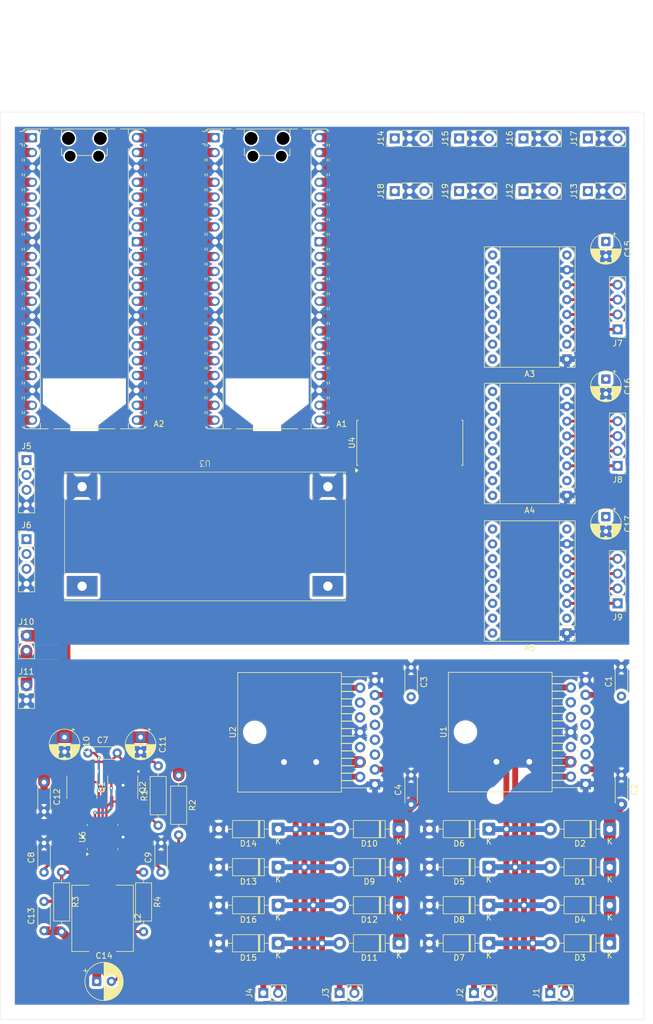
<source format=kicad_pcb>
(kicad_pcb (version 20241229) (generator "pcbnew") (generator_version "9.0")
  (layers (0 "F.Cu" signal) (2 "B.Cu" signal) (13 "F.Paste" user) (15 "B.Paste" user) (5 "F.SilkS" user "F.Silkscreen") (7 "B.SilkS" user "B.Silkscreen") (1 "F.Mask" user) (3 "B.Mask" user) (25 "Edge.Cuts" user))
  (net 0 "")
  (net 3 "I2C 0 SCL")
  (net 4 "Motor 2 Activation Pin")
  (net 5 "GNDPWR")
  (net 7 "Servo 3 PWM")
  (net 8 "Servo 8 PWM")
  (net 10 "Servo 2 PWM")
  (net 13 "+5VL")
  (net 14 "Servo 7 PWM")
  (net 16 "Servo 4 PWM")
  (net 18 "Servo 5 PWM")
  (net 20 "Motor 1 Activation Pin")
  (net 23 "Servo 1 PWM")
  (net 24 "Servo 6 PWM")
  (net 28 "Motor 3 Activation Pin")
  (net 30 "I2C 0 SDA")
  (net 33 "Motor 4 Activation Pin")
  (net 45 "I2C 1 SCL")
  (net 53 "I2C 1 SDA")
  (net 68 "Net-(A3-1A)")
  (net 69 "Net-(A3-1B)")
  (net 70 "Stepper 0 Sleep")
  (net 71 "Net-(A3-2A)")
  (net 72 "Steppers Dir")
  (net 73 "Stepper 0 Step")
  (net 74 "+12V")
  (net 75 "Net-(A3-2B)")
  (net 78 "Net-(A4-1B)")
  (net 80 "Stepper 1 Sleep")
  (net 81 "Net-(A4-2A)")
  (net 82 "Net-(A4-1A)")
  (net 85 "Net-(A4-2B)")
  (net 86 "Stepper 1 Step")
  (net 89 "Stepper 2 Sleep")
  (net 90 "Net-(A5-1B)")
  (net 91 "Net-(A5-1A)")
  (net 92 "Net-(A5-2A)")
  (net 93 "Stepper 2 Step")
  (net 96 "Net-(A5-2B)")
  (net 97 "Net-(U6-SW)")
  (net 98 "Net-(U6-BST)")
  (net 99 "Net-(U6-VCC)")
  (net 100 "Net-(U6-SS)")
  (net 101 "Net-(U6-FB)")
  (net 102 "+5VP")
  (net 103 "Net-(C14-Pad2)")
  (net 104 "Net-(D1-A)")
  (net 105 "Net-(D2-A)")
  (net 106 "Net-(D3-A)")
  (net 107 "Net-(D4-A)")
  (net 108 "Net-(D13-K)")
  (net 109 "Net-(D10-A)")
  (net 110 "Net-(D11-A)")
  (net 111 "Net-(D12-A)")
  (net 112 "Net-(J10-Pin_2)")
  (net 113 "Net-(Q1-G)")
  (net 114 "Net-(Q2-G)")
  (net 115 "Net-(U6-ILIM)")
  (net 116 "Net-(U6-RON)")
  (net 117 "Motor 1 Direction Pin 2")
  (net 118 "Motor 1 Direction Pin 1")
  (net 119 "Motor 2 Direction Pin 2")
  (net 120 "Motor 2 Direction Pin 1")
  (net 121 "Motor 4 Direction Pin 2")
  (net 122 "Motor 3 Direction Pin 1")
  (net 123 "Motor 3 Direction Pin 2")
  (net 124 "Motor 4 Direction Pin 1")
  (footprint "Connector_PinHeader_2.54mm:PinHeader_1x02_P2.54mm_Vertical" (layer "F.Cu") (at 235.5 218 90)
    (property "Reference" "J3")
    (property "Value" "Motor 2 Conn")
  )
  (footprint "Inductor_SMD:L_APV_APH1040" (layer "F.Cu") (at 195 205.25 -90)
    (property "Reference" "L2")
    (property "Value" "1.8uH")
  )
  (footprint "Capacitor_THT:C_Disc_D4.3mm_W1.9mm_P5.00mm" (layer "F.Cu") (at 185 197.3625 90)
    (property "Reference" "C8")
    (property "Value" "2.2uF")
  )
  (footprint "Module:Pololu_Breakout-16_15.2x20.3mm" (layer "F.Cu") (at 274.34 109.7 180)
    (property "Reference" "A3")
    (property "Value" "Pololu_Breakout_A4988")
  )
  (footprint "Package_SO:SOIC-8_3.9x4.9mm_P1.27mm" (layer "F.Cu") (at 198.45 182.8375 -90)
    (property "Reference" "Q2")
    (property "Value" "IRF8714PBF")
  )
  (footprint "Resistor_THT:R_Axial_DIN0207_L6.3mm_D2.5mm_P10.16mm_Horizontal" (layer "F.Cu") (at 208 180.84 -90)
    (property "Reference" "R2")
    (property "Value" "82.5kΩ")
  )
  (footprint "Diode_THT:D_DO-41_SOD81_P10.16mm_Horizontal" (layer "F.Cu") (at 281.66 209.5 180)
    (property "Reference" "D3")
    (property "Value" "1N4007")
  )
  (footprint "Connector_PinHeader_2.54mm:PinHeader_1x03_P2.54mm_Vertical" (layer "F.Cu") (at 266.92 81 90)
    (property "Reference" "J12")
    (property "Value" "Servo 4 Conn")
  )
  (footprint "Diode_THT:D_DO-41_SOD81_P10.16mm_Horizontal" (layer "F.Cu") (at 261 196.5 180)
    (property "Reference" "D5")
    (property "Value" "1N4007")
  )
  (footprint "Connector_PinHeader_2.54mm:PinHeader_1x04_P2.54mm_Vertical" (layer "F.Cu") (at 283 151.43 180)
    (property "Reference" "J9")
    (property "Value" "Stepper 2 Conn")
  )
  (footprint "Diode_THT:D_DO-41_SOD81_P10.16mm_Horizontal" (layer "F.Cu") (at 225 209.5 180)
    (property "Reference" "D15")
    (property "Value" "1N4007")
  )
  (footprint "Connector_PinHeader_2.54mm:PinHeader_1x04_P2.54mm_Vertical" (layer "F.Cu") (at 182 140.46)
    (property "Reference" "J6")
    (property "Value" "I2C 1 Conn")
  )
  (footprint "Module:RaspberryPi_Pico_Common_Unspecified" (layer "F.Cu") (at 191.89 96)
    (property "Reference" "A2")
    (property "Value" "RaspberryPi_Pico_W")
  )
  (footprint "Connector_PinHeader_2.54mm:PinHeader_1x03_P2.54mm_Vertical" (layer "F.Cu") (at 277.92 81 90)
    (property "Reference" "J13")
    (property "Value" "Servo 1 Conn")
  )
  (footprint "Capacitor_THT:C_Disc_D4.3mm_W1.9mm_P5.00mm" (layer "F.Cu") (at 185 207.3625 90)
    (property "Reference" "C13")
    (property "Value" "120pF")
  )
  (footprint "Package_SO:HTSSOP-14-1EP_4.4x5mm_P0.65mm_EP3.4x5mm_Mask3x3.1mm" (layer "F.Cu") (at 195 191.3625 90)
    (property "Reference" "U6")
    (property "Value" "LM3150MH")
  )
  (footprint "Module:Pololu_Breakout-16_15.2x20.3mm" (layer "F.Cu") (at 274.34 133.01 180)
    (property "Reference" "A4")
    (property "Value" "Pololu_Breakout_A4988")
  )
  (footprint "Connector_PinHeader_2.54mm:PinHeader_1x03_P2.54mm_Vertical" (layer "F.Cu") (at 244.92 72 90)
    (property "Reference" "J14")
    (property "Value" "Servo 2 Conn")
  )
  (footprint "Connector_PinHeader_2.54mm:PinHeader_1x02_P2.54mm_Vertical" (layer "F.Cu") (at 258.46 218 90)
    (property "Reference" "J2")
    (property "Value" "Motor 1 Conn")
  )
  (footprint "Connector_PinHeader_2.54mm:PinHeader_1x02_P2.54mm_Vertical" (layer "F.Cu") (at 271.5 218 90)
    (property "Reference" "J1")
    (property "Value" "Motor 0 Conn")
  )
  (footprint "Capacitor_THT:C_Disc_D4.3mm_W1.9mm_P5.00mm" (layer "F.Cu") (at 283.66 180.75 -90)
    (property "Reference" "C2")
    (property "Value" "100nF")
  )
  (footprint "Diode_THT:D_DO-41_SOD81_P10.16mm_Horizontal" (layer "F.Cu") (at 261 203 180)
    (property "Reference" "D8")
    (property "Value" "1N4007")
  )
  (footprint "Capacitor_THT:CP_Radial_D5.0mm_P2.50mm" (layer "F.Cu") (at 281 136.62 -90)
    (property "Reference" "C17")
    (property "Value" "100uF")
  )
  (footprint "Capacitor_THT:CP_Radial_D5.0mm_P2.50mm" (layer "F.Cu") (at 281 113.12 -90)
    (property "Reference" "C16")
    (property "Value" "100uF")
  )
  (footprint "Diode_THT:D_DO-41_SOD81_P10.16mm_Horizontal" (layer "F.Cu") (at 245.66 203 180)
    (property "Reference" "D12")
    (property "Value" "1N4007")
  )
  (footprint "Diode_THT:D_DO-41_SOD81_P10.16mm_Horizontal" (layer "F.Cu") (at 261 209.5 180)
    (property "Reference" "D7")
    (property "Value" "1N4007")
  )
  (footprint "Diode_THT:D_DO-41_SOD81_P10.16mm_Horizontal" (layer "F.Cu") (at 281.66 190 180)
    (property "Reference" "D2")
    (property "Value" "1N4007")
  )
  (footprint "Package_SO:SOIC-8_3.9x4.9mm_P1.27mm" (layer "F.Cu") (at 191.45 182.8375 -90)
    (property "Reference" "Q1")
    (property "Value" "IRF8714PBF")
  )
  (footprint "Capacitor_THT:CP_Radial_D5.0mm_P2.50mm" (layer "F.Cu") (at 281 89.62 -90)
    (property "Reference" "C15")
    (property "Value" "100uF")
  )
  (footprint "Connector_PinHeader_2.54mm:PinHeader_1x03_P2.54mm_Vertical" (layer "F.Cu") (at 244.92 81 90)
    (property "Reference" "J18")
    (property "Value" "Servo 7 Conn")
  )
  (footprint "Connector_PinHeader_2.54mm:PinHeader_1x03_P2.54mm_Vertical" (layer "F.Cu") (at 266.92 72 90)
    (property "Reference" "J16")
    (property "Value" "Servo 5 Conn")
  )
  (footprint "Capacitor_THT:CP_Radial_D5.0mm_P2.50mm" (layer "F.Cu") (at 201.5 174.294888 -90)
    (property "Reference" "C11")
    (property "Value" "10uF")
  )
  (footprint "Capacitor_THT:C_Disc_D4.3mm_W1.9mm_P5.00mm" (layer "F.Cu") (at 247.72 162.39 -90)
    (property "Reference" "C3")
    (property "Value" "100nF")
  )
  (footprint "Module:RaspberryPi_Pico_Common_Unspecified" (layer "F.Cu") (at 223.11 96)
    (property "Reference" "A1")
    (property "Value" "RaspberryPi_Pico")
  )
  (footprint "Diode_THT:D_DO-41_SOD81_P10.16mm_Horizontal" (layer "F.Cu") (at 245.66 190 180)
    (property "Reference" "D10")
    (property "Value" "1N4007")
  )
  (footprint "Connector_PinHeader_2.54mm:PinHeader_1x03_P2.54mm_Vertical" (layer "F.Cu") (at 255.92 72 90)
    (property "Reference" "J15")
    (property "Value" "Servo 3 Conn")
  )
  (footprint "Connector_PinHeader_2.54mm:PinHeader_1x02_P2.54mm_Vertical" (layer "F.Cu") (at 182 165.46)
    (property "Reference" "J11")
    (property "Value" "BAU")
  )
  (footprint "LM2596S-Module:LM2596S-Module" (layer "F.Cu") (at 212.5 140 180)
    (property "Reference" "U3")
    (property "Value" "~")
  )
  (footprint "Diode_THT:D_DO-41_SOD81_P10.16mm_Horizontal" (layer "F.Cu") (at 225 203 180)
    (property "Reference" "D16")
    (property "Value" "1N4007")
  )
  (footprint "Capacitor_THT:C_Disc_D4.3mm_W1.9mm_P5.00mm" (layer "F.Cu") (at 185 182 -90)
    (property "Reference" "C12")
    (property "Value" "100nF")
  )
  (footprint "Capacitor_THT:C_Disc_D4.3mm_W1.9mm_P5.00mm" (layer "F.Cu") (at 283.66 167.2925 90)
    (property "Reference" "C1")
    (property "Value" "100nF")
  )
  (footprint "Package_SO:SOIC-28W_7.5x17.9mm_P1.27mm" (layer "F.Cu") (at 247.5 124 90)
    (property "Reference" "U4")
    (property "Value" "MCP23017_SO")
  )
  (footprint "Diode_THT:D_DO-41_SOD81_P10.16mm_Horizontal" (layer "F.Cu") (at 281.66 203 180)
    (property "Reference" "D4")
    (property "Value" "1N4007")
  )
  (footprint "Module:Pololu_Breakout-16_15.2x20.3mm" (layer "F.Cu") (at 274.34 156.51 180)
    (property "Reference" "A5")
    (property "Value" "Pololu_Breakout_A4988")
  )
  (footprint "Connector_PinHeader_2.54mm:PinHeader_1x03_P2.54mm_Vertical" (layer "F.Cu") (at 277.92 72 90)
    (property "Reference" "J17")
    (property "Value" "Servo 6 Conn")
  )
  (footprint "Capacitor_THT:C_Disc_D4.3mm_W1.9mm_P5.00mm" (layer "F.Cu") (at 192.5 177)
    (property "Reference" "C7")
    (property "Value" "470nF")
  )
  (footprint "Diode_THT:D_DO-41_SOD81_P10.16mm_Horizontal" (layer "F.Cu") (at 281.66 196.5 180)
    (property "Reference" "D1")
    (property "Value" "1N4007")
  )
  (footprint "Diode_THT:D_DO-41_SOD81_P10.16mm_Horizontal" (layer "F.Cu") (at 245.66 196.5 180)
    (property "Reference" "D9")
    (property "Value" "1N4007")
  )
  (footprint "Resistor_THT:R_Axial_DIN0207_L6.3mm_D2.5mm_P10.16mm_Horizontal" (layer "F.Cu") (at 202 197.3625 -90)
    (property "Reference" "R4")
    (property "Value" "10kΩ")
  )
  (footprint "Capacitor_THT:CP_Radial_D6.3mm_P2.50mm" (layer "F.Cu") (at 194 216.0225)
    (property "Reference" "C14")
    (property "Value" "120uF")
  )
  (footprint "Package_TO_SOT_THT:TO-220-15_P2.54x2.54mm_StaggerOdd_Lead5.84mm_TabDown" (layer "F.Cu") (at 277.54 182.31 90)
    (property "Reference" "U1")
    (property "Value" "L298HN")
  )
  (footprint "Capacitor_THT:C_Disc_D4.3mm_W1.9mm_P5.00mm" (layer "F.Cu") (at 247.72 185.7925 90)
    (property "Reference" "C4")
    (property "Value" "100nF")
  )
  (footprint "Resistor_THT:R_Axial_DIN0207_L6.3mm_D2.5mm_P10.16mm_Horizontal" (layer "F.Cu") (at 188 197.3625 -90)
    (property "Reference" "R3")
    (property "Value" "73.2kΩ")
  )
  (footprint "Capacitor_THT:C_Disc_D4.3mm_W1.9mm_P5.00mm" (layer "F.Cu") (at 205 197.3625 90)
    (property "Reference" "C9")
    (property "Value" "15nF")
  )
  (footprint "Connector_PinHeader_2.54mm:PinHeader_1x04_P2.54mm_Vertical" (layer "F.Cu") (at 182 126.96)
    (property "Reference" "J5")
    (property "Value" "I2C 0 Conn")
  )
  (footprint "Diode_THT:D_DO-41_SOD81_P10.16mm_Horizontal" (layer "F.Cu") (at 245.66 209.5 180)
    (property "Reference" "D11")
    (property "Value" "1N4007")
  )
  (footprint "Connector_PinHeader_2.54mm:PinHeader_1x03_P2.54mm_Vertical" (layer "F.Cu") (at 255.92 81 90)
    (property "Reference" "J19")
    (property "Value" "Servo 8 Conn")
  )
  (footprint "Package_TO_SOT_THT:TO-220-15_P2.54x2.54mm_StaggerOdd_Lead5.84mm_TabDown" (layer "F.Cu") (at 241.54 182.35 90)
    (property "Reference" "U2")
    (property "Value" "L298HN")
  )
  (footprint "Diode_THT:D_DO-41_SOD81_P10.16mm_Horizontal" (layer "F.Cu") (at 261 190 180)
    (property "Reference" "D6")
    (property "Value" "1N4007")
  )
  (footprint "Connector_PinHeader_2.54mm:PinHeader_1x04_P2.54mm_Vertical" (layer "F.Cu") (at 283 127.93 180)
    (property "Reference" "J8")
    (property "Value" "Stepper 1 Conn")
  )
  (footprint "Diode_THT:D_DO-41_SOD81_P10.16mm_Horizontal" (layer "F.Cu") (at 225 190 180)
    (property "Reference" "D14")
    (property "Value" "1N4007")
  )
  (footprint "Connector_PinHeader_2.54mm:PinHeader_1x02_P2.54mm_Vertical" (layer "F.Cu") (at 222.46 218 90)
    (property "Reference" "J4")
    (property "Value" "Motor 3 Conn")
  )
  (footprint "Connector_PinHeader_2.54mm:PinHeader_1x04_P2.54mm_Vertical" (layer "F.Cu") (at 283 104.62 180)
    (property "Reference" "J7")
    (property "Value" "Stepper 0 Conn")
  )
  (footprint "Capacitor_THT:CP_Radial_D5.0mm_P2.50mm" (layer "F.Cu") (at 188.5 174.294888 -90)
    (property "Reference" "C10")
    (property "Value" "10uF")
  )
  (footprint "Diode_THT:D_DO-41_SOD81_P10.16mm_Horizontal" (layer "F.Cu") (at 225 196.5 180)
    (property "Reference" "D13")
    (property "Value" "1N4007")
  )
  (footprint "Resistor_THT:R_Axial_DIN0207_L6.3mm_D2.5mm_P10.16mm_Horizontal" (layer "F.Cu") (at 204.5 189.3625 90)
    (property "Reference" "R1")
    (property "Value" "665Ω")
  )
  (footprint "Connector_PinHeader_2.54mm:PinHeader_1x02_P2.54mm_Vertical" (layer "F.Cu") (at 182 156.96)
    (property "Reference" "J10")
    (property "Value" "12V Battery")
  )
  (gr_rect (start 177.5 67.5) (end 287.5 222.5) (stroke (width 0.05)) (fill no) (layer "Edge.Cuts"))
  (segment (start 195.65 192.0125) (end 195 191.3625) (width 0.5) (layer "F.Cu") (net 5))
  (segment (start 199.085 180.3625) (end 197.815 180.3625) (width 1) (layer "F.Cu") (net 5))
  (segment (start 196.3 190.0625) (end 195 191.3625) (width 0.5) (layer "F.Cu") (net 5))
  (segment (start 195 191.3625) (end 194.3625 191.3625) (width 0.5) (layer "F.Cu") (net 5))
  (segment (start 193.05 190.05) (end 193.05 188.5) (width 0.5) (layer "F.Cu") (net 5))
  (segment (start 199.085 180.3625) (end 199.085 181.915) (width 1) (layer "F.Cu") (net 5))
  (segment (start 195 191.3625) (end 191.6375 191.3625) (width 0.5) (layer "F.Cu") (net 5))
  (segment (start 196.3 188.5) (end 196.3 190.0625) (width 0.5) (layer "F.Cu") (net 5))
  (segment (start 200.355 180.3625) (end 199.085 180.3625) (width 1) (layer "F.Cu") (net 5))
  (segment (start 199.085 181.915) (end 198.5 182.5) (width 1) (layer "F.Cu") (net 5))
  (segment (start 195.65 194.225) (end 195.65 192.0125) (width 0.5) (layer "F.Cu") (net 5))
  (segment (start 195 191.3625) (end 198.5 191.3625) (width 0.5) (layer "F.Cu") (net 5))
  (segment (start 194.3625 191.3625) (end 193.05 190.05) (width 0.5) (layer "F.Cu") (net 5))
  (via (at 198.5 191.3625) (size 1) (drill 0.5) (layers "F.Cu" "B.Cu") (net 5))
  (via (at 198.5 182.5) (size 1) (drill 0.5) (layers "F.Cu" "B.Cu") (net 5))
  (via (at 191.6375 191.3625) (size 1) (drill 0.5) (layers "F.Cu" "B.Cu") (net 5))
  (segment (start 274.34 102.08) (end 283 102.08) (width 0.5) (layer "F.Cu") (net 68))
  (segment (start 283 104.62) (end 274.34 104.62) (width 0.5) (layer "F.Cu") (net 69))
  (segment (start 283 99.54) (end 274.34 99.54) (width 0.5) (layer "F.Cu") (net 71))
  (segment (start 245.66 190) (end 245.66 187.8525) (width 2) (layer "F.Cu") (net 74))
  (segment (start 186.205112 174.294888) (end 185 175.5) (width 2) (layer "F.Cu") (net 74))
  (segment (start 188.5 158) (end 188.5 174.294888) (width 2) (layer "F.Cu") (net 74))
  (segment (start 208 175) (end 208 180.84) (width 2) (layer "F.Cu") (net 74))
  (segment (start 201.5 174.294888) (end 207.294888 174.294888) (width 2) (layer "F.Cu") (net 74))
  (segment (start 281.66 203) (end 281.66 196.5) (width 2) (layer "F.Cu") (net 74))
  (segment (start 188.5 174.294888) (end 186.205112 174.294888) (width 2) (layer "F.Cu") (net 74))
  (segment (start 245.66 203) (end 245.66 196.5) (width 2) (layer "F.Cu") (net 74))
  (segment (start 185 175.5) (end 185 182) (width 2) (layer "F.Cu") (net 74))
  (segment (start 239 178.54) (end 231.5 178.54) (width 2) (layer "F.Cu") (net 74))
  (segment (start 211.54 178.54) (end 208 175) (width 2) (layer "F.Cu") (net 74))
  (segment (start 281.66 196.5) (end 281.66 190) (width 2) (layer "F.Cu") (net 74))
  (segment (start 255.0125 178.5) (end 247.72 185.7925) (width 2) (layer "F.Cu") (net 74))
  (segment (start 226 178.54) (end 211.54 178.54) (width 2) (layer "F.Cu") (net 74))
  (segment (start 187.46 156.96) (end 188.5 158) (width 2) (layer "F.Cu") (net 74))
  (segment (start 189.545 185.3125) (end 185.8125 185.3125) (width 1.25) (layer "F.Cu") (net 74))
  (segment (start 281.66 187.75) (end 283.66 185.75) (width 2) (layer "F.Cu") (net 74))
  (segment (start 267.91 178.5) (end 275 178.5) (width 2) (layer "F.Cu") (net 74))
  (segment (start 192.085 185.3125) (end 190.815 185.3125) (width 1.25) (layer "F.Cu") (net 74))
  (segment (start 193.355 185.3125) (end 192.085 185.3125) (width 1.25) (layer "F.Cu") (net 74))
  (segment (start 188.5 174.294888) (end 201.5 174.294888) (width 2) (layer "F.Cu") (net 74))
  (segment (start 185.8125 185.3125) (end 185 184.5) (width 1.25) (layer "F.Cu") (net 74))
  (segment (start 281.66 190) (end 281.66 187.75) (width 2) (layer "F.Cu") (net 74))
  (segment (start 182 156.96) (end 187.46 156.96) (width 2) (layer "F.Cu") (net 74))
  (segment (start 185 184.5) (end 185 182) (width 1.25) (layer "F.Cu") (net 74))
  (segment (start 245.66 187.8525) (end 247.72 185.7925) (width 2) (layer "F.Cu") (net 74))
  (segment (start 245.66 209.5) (end 245.66 203) (width 2) (layer "F.Cu") (net 74))
  (segment (start 190.815 185.3125) (end 189.545 185.3125) (width 1.25) (layer "F.Cu") (net 74))
  (segment (start 207.294888 174.294888) (end 208 175) (width 2) (layer "F.Cu") (net 74))
  (segment (start 245.66 196.5) (end 245.66 190) (width 2) (layer "F.Cu") (net 74))
  (segment (start 262.3 178.5) (end 255.0125 178.5) (width 2) (layer "F.Cu") (net 74))
  (segment (start 281.66 209.5) (end 281.66 203) (width 2) (layer "F.Cu") (net 74))
  (via (at 226 178.54) (size 2) (drill 1) (layers "F.Cu" "B.Cu") (net 74))
  (via (at 262.3 178.5) (size 2) (drill 1) (layers "F.Cu" "B.Cu") (net 74))
  (via (at 231.5 178.54) (size 2) (drill 1) (layers "F.Cu" "B.Cu") (net 74))
  (via (at 267.91 178.5) (size 2) (drill 1) (layers "F.Cu" "B.Cu") (net 74))
  (segment (start 238.7525 185.7925) (end 231.5 178.54) (width 2) (layer "B.Cu") (net 74))
  (segment (start 231.5 178.54) (end 226 178.54) (width 2) (layer "B.Cu") (net 74))
  (segment (start 275.16 185.75) (end 267.91 178.5) (width 2) (layer "B.Cu") (net 74))
  (segment (start 262.3 178.5) (end 267.91 178.5) (width 2) (layer "B.Cu") (net 74))
  (segment (start 283.66 185.75) (end 275.16 185.75) (width 2) (layer "B.Cu") (net 74))
  (segment (start 247.72 185.7925) (end 238.7525 185.7925) (width 2) (layer "B.Cu") (net 74))
  (segment (start 283 97) (end 274.34 97) (width 0.5) (layer "F.Cu") (net 75))
  (segment (start 274.34 127.93) (end 283 127.93) (width 0.5) (layer "F.Cu") (net 78))
  (segment (start 274.34 122.85) (end 283 122.85) (width 0.5) (layer "F.Cu") (net 81))
  (segment (start 283 125.39) (end 274.34 125.39) (width 0.5) (layer "F.Cu") (net 82))
  (segment (start 283 120.31) (end 274.34 120.31) (width 0.5) (layer "F.Cu") (net 85))
  (segment (start 274.34 151.43) (end 283 151.43) (width 0.5) (layer "F.Cu") (net 90))
  (segment (start 283 148.89) (end 274.34 148.89) (width 0.5) (layer "F.Cu") (net 91))
  (segment (start 274.34 146.35) (end 283 146.35) (width 0.5) (layer "F.Cu") (net 92))
  (segment (start 283 143.81) (end 274.34 143.81) (width 0.5) (layer "F.Cu") (net 96))
  (segment (start 195 178.5) (end 193 178.5) (width 0.4) (layer "F.Cu") (net 97))
  (segment (start 195.65 179.15) (end 197.5 177.3) (width 0.4) (layer "F.Cu") (net 97))
  (segment (start 199.085 185.3125) (end 197.815 185.3125) (width 0.4) (layer "F.Cu") (net 97))
  (segment (start 195.65 179.15) (end 195 178.5) (width 0.4) (layer "F.Cu") (net 97))
  (segment (start 195.65 188.5) (end 195.65 186.2075) (width 0.4) (layer "F.Cu") (net 97))
  (segment (start 203.7975 178.5) (end 198.7 178.5) (width 0.4) (layer "F.Cu") (net 97))
  (segment (start 198.7 178.5) (end 197.5 177.3) (width 0.4) (layer "F.Cu") (net 97))
  (segment (start 192.085 180.3625) (end 190.815 180.3625) (width 0.4) (layer "F.Cu") (net 97))
  (segment (start 193.355 180.3625) (end 192.085 180.3625) (width 0.4) (layer "F.Cu") (net 97))
  (segment (start 197.5 177.3) (end 197.5 177) (width 0.4) (layer "F.Cu") (net 97))
  (segment (start 204.5 179.2025) (end 203.7975 178.5) (width 0.4) (layer "F.Cu") (net 97))
  (segment (start 192.085 179.415) (end 192.085 180.3625) (width 0.4) (layer "F.Cu") (net 97))
  (segment (start 200.355 185.3125) (end 199.085 185.3125) (width 0.4) (layer "F.Cu") (net 97))
  (segment (start 193 178.5) (end 192.085 179.415) (width 0.4) (layer "F.Cu") (net 97))
  (segment (start 195.65 186.2075) (end 196.545 185.3125) (width 0.4) (layer "F.Cu") (net 97))
  (segment (start 197.815 185.3125) (end 196.545 185.3125) (width 0.4) (layer "F.Cu") (net 97))
  (segment (start 195.65 186.2075) (end 195.65 179.15) (width 0.4) (layer "F.Cu") (net 97))
  (segment (start 194.35 177.8) (end 193.55 177) (width 0.4) (layer "F.Cu") (net 98))
  (segment (start 193.55 177) (end 192.5 177) (width 0.4) (layer "F.Cu") (net 98))
  (segment (start 194.35 183.5) (end 194.35 188.5) (width 0.4) (layer "F.Cu") (net 98))
  (via (at 194.35 177.8) (size 0.6) (drill 0.3) (layers "F.Cu" "B.Cu") (net 98))
  (via (at 194.35 183.5) (size 0.6) (drill 0.3) (layers "F.Cu" "B.Cu") (net 98))
  (segment (start 194.35 177.8) (end 194.35 183.5) (width 0.4) (layer "B.Cu") (net 98))
  (segment (start 193.05 194.8125) (end 193.05 194.225) (width 0.3) (layer "F.Cu") (net 99))
  (segment (start 185 197.3625) (end 185 196.8625) (width 0.5) (layer "F.Cu") (net 99))
  (segment (start 185 196.8625) (end 186 195.8625) (width 0.5) (layer "F.Cu") (net 99))
  (segment (start 186 195.8625) (end 192 195.8625) (width 0.5) (layer "F.Cu") (net 99))
  (segment (start 192 195.8625) (end 193.05 194.8125) (width 0.5) (layer "F.Cu") (net 99))
  (segment (start 197.23013 195.8625) (end 204 195.8625) (width 0.5) (layer "F.Cu") (net 100))
  (segment (start 196.3 194.225) (end 196.3 194.93237) (width 0.5) (layer "F.Cu") (net 100))
  (segment (start 205 196.8625) (end 205 197.3625) (width 0.3) (layer "F.Cu") (net 100))
  (segment (start 196.3 194.93237) (end 197.23013 195.8625) (width 0.5) (layer "F.Cu") (net 100))
  (segment (start 204 195.8625) (end 205 196.8625) (width 0.5) (layer "F.Cu") (net 100))
  (segment (start 188 201.5) (end 188 197.3625) (width 0.6) (layer "F.Cu") (net 101))
  (segment (start 194.1375 197.3625) (end 195 196.5) (width 0.6) (layer "F.Cu") (net 101))
  (segment (start 187.1375 202.3625) (end 188 201.5) (width 0.6) (layer "F.Cu") (net 101))
  (segment (start 195.8625 197.3625) (end 202 197.3625) (width 0.6) (layer "F.Cu") (net 101))
  (segment (start 195 196.5) (end 195 194.225) (width 0.6) (layer "F.Cu") (net 101))
  (segment (start 185 202.3625) (end 187.1375 202.3625) (width 0.6) (layer "F.Cu") (net 101))
  (segment (start 188 197.3625) (end 194.1375 197.3625) (width 0.6) (layer "F.Cu") (net 101))
  (segment (start 195 196.5) (end 195.8625 197.3625) (width 0.6) (layer "F.Cu") (net 101))
  (segment (start 195 210) (end 190.4775 210) (width 1.5) (layer "F.Cu") (net 102))
  (segment (start 188 207.5225) (end 187.9775 207.5) (width 1.5) (layer "F.Cu") (net 102))
  (segment (start 187.84 207.3625) (end 188 207.5225) (width 1.5) (layer "F.Cu") (net 102))
  (segment (start 194 216.0225) (end 194 211) (width 1.5) (layer "F.Cu") (net 102))
  (segment (start 190.4775 210) (end 188 207.5225) (width 1.5) (layer "F.Cu") (net 102))
  (segment (start 194 211) (end 195 210) (width 1.5) (layer "F.Cu") (net 102))
  (segment (start 185 207.3625) (end 187.84 207.3625) (width 1.5) (layer "F.Cu") (net 102))
  (segment (start 198 208.5) (end 198 215.02089) (width 0.5) (layer "F.Cu") (net 103))
  (segment (start 196.99839 216.0225) (end 196.5 216.0225) (width 0.5) (layer "F.Cu") (net 103))
  (segment (start 202 207.5225) (end 198.9775 207.5225) (width 0.5) (layer "F.Cu") (net 103))
  (segment (start 198.9775 207.5225) (end 198 208.5) (width 0.5) (layer "F.Cu") (net 103))
  (segment (start 198 215.02089) (end 196.99839 216.0225) (width 0.5) (layer "F.Cu") (net 103))
  (segment (start 265.5 167) (end 266.7 165.8) (width 1) (layer "F.Cu") (net 104))
  (segment (start 266.7 165.8) (end 275 165.8) (width 1) (layer "F.Cu") (net 104))
  (segment (start 265.5 196.5) (end 265.5 167) (width 1) (layer "F.Cu") (net 104))
  (segment (start 262 215) (end 261 216) (width 1) (layer "F.Cu") (net 104))
  (segment (start 261 216) (end 261 218) (width 1) (layer "F.Cu") (net 104))
  (segment (start 265.5 214) (end 264.5 215) (width 1) (layer "F.Cu") (net 104))
  (segment (start 265.5 214) (end 265.5 196.5) (width 1) (layer "F.Cu") (net 104))
  (segment (start 264.5 215) (end 262 215) (width 1) (layer "F.Cu") (net 104))
  (via (at 265.5 196.5) (size 1.5) (drill 0.75) (layers "F.Cu" "B.Cu") (net 104))
  (segment (start 261 196.5) (end 265.5 196.5) (width 1) (layer "B.Cu") (net 104))
  (segment (start 271.5 196.5) (end 265.5 196.5) (width 1) (layer "B.Cu") (net 104))
  (segment (start 280.5 166) (end 279.43 167.07) (width 1) (layer "F.Cu") (net 105))
  (segment (start 264 212.5) (end 263 213.5) (width 1) (layer "F.Cu") (net 105))
  (segment (start 258.46 214.54) (end 258.46 218) (width 1) (layer "F.Cu") (net 105))
  (segment (start 265 162.5) (end 279.5 162.5) (width 1) (layer "F.Cu") (net 105))
  (segment (start 264 163.5) (end 265 162.5) (width 1) (layer "F.Cu") (net 105))
  (segment (start 279.43 167.07) (end 277.54 167.07) (width 1) (layer "F.Cu") (net 105))
  (segment (start 259.5 213.5) (end 258.46 214.54) (width 1) (layer "F.Cu") (net 105))
  (segment (start 263 213.5) (end 259.5 213.5) (width 1) (layer "F.Cu") (net 105))
  (segment (start 279.5 162.5) (end 280.5 163.5) (width 1) (layer "F.Cu") (net 105))
  (segment (start 280.5 163.5) (end 280.5 166) (width 1) (layer "F.Cu") (net 105))
  (segment (start 264 190) (end 264 163.5) (width 1) (layer "F.Cu") (net 105))
  (segment (start 264 190) (end 264 212.5) (width 1) (layer "F.Cu") (net 105))
  (via (at 264 190) (size 1.5) (drill 0.75) (layers "F.Cu" "B.Cu") (net 105))
  (segment (start 271.5 190) (end 264 190) (width 1) (layer "B.Cu") (net 105))
  (segment (start 261 190) (end 264 190) (width 1) (layer "B.Cu") (net 105))
  (segment (start 279.5 186) (end 280.5 185) (width 1) (layer "F.Cu") (net 106))
  (segment (start 280.5 181) (end 279.27 179.77) (width 1) (layer "F.Cu") (net 106))
  (segment (start 268.5 209.5) (end 268.5 212.5) (width 1) (layer "F.Cu") (net 106))
  (segment (start 279.27 179.77) (end 277.54 179.77) (width 1) (layer "F.Cu") (net 106))
  (segment (start 269.5 186) (end 279.5 186) (width 1) (layer "F.Cu") (net 106))
  (segment (start 273 213.5) (end 274.04 214.54) (width 1) (layer "F.Cu") (net 106))
  (segment (start 268.5 187) (end 269.5 186) (width 1) (layer "F.Cu") (net 106))
  (segment (start 280.5 185) (end 280.5 181) (width 1) (layer "F.Cu") (net 106))
  (segment (start 268.5 212.5) (end 269.5 213.5) (width 1) (layer "F.Cu") (net 106))
  (segment (start 274.04 214.54) (end 274.04 218) (width 1) (layer "F.Cu") (net 106))
  (segment (start 269.5 213.5) (end 273 213.5) (width 1) (layer "F.Cu") (net 106))
  (segment (start 268.5 209.5) (end 268.5 187) (width 1) (layer "F.Cu") (net 106))
  (via (at 268.5 209.5) (size 1.5) (drill 0.75) (layers "F.Cu" "B.Cu") (net 106))
  (segment (start 268.5 209.5) (end 261 209.5) (width 1) (layer "B.Cu") (net 106))
  (segment (start 271.5 209.5) (end 268.5 209.5) (width 1) (layer "B.Cu") (net 106))
  (segment (start 271.5 216) (end 271.5 218) (width 1) (layer "F.Cu") (net 107))
  (segment (start 267 182) (end 267.96 181.04) (width 1) (layer "F.Cu") (net 107))
  (segment (start 270.5 215) (end 271.5 216) (width 1) (layer "F.Cu") (net 107))
  (segment (start 267 203) (end 267 214) (width 1) (layer "F.Cu") (net 107))
  (segment (start 267.96 181.04) (end 275 181.04) (width 1) (layer "F.Cu") (net 107))
  (segment (start 268 215) (end 270.5 215) (width 1) (layer "F.Cu") (net 107))
  (segment (start 267 214) (end 268 215) (width 1) (layer "F.Cu") (net 107))
  (segment (start 267 203) (end 267 182) (width 1) (layer "F.Cu") (net 107))
  (via (at 267 203) (size 1.5) (drill 0.75) (layers "F.Cu" "B.Cu") (net 107))
  (segment (start 271.5 203) (end 267 203) (width 1) (layer "B.Cu") (net 107))
  (segment (start 261 203) (end 267 203) (width 1) (layer "B.Cu") (net 107))
  (segment (start 230.62 165.88) (end 239 165.88) (width 1) (layer "F.Cu") (net 108))
  (segment (start 229.5 214) (end 228.5 215) (width 1) (layer "F.Cu") (net 108))
  (segment (start 226 215) (end 225 216) (width 1) (layer "F.Cu") (net 108))
  (segment (start 229.5 167) (end 230.62 165.88) (width 1) (layer "F.Cu") (net 108))
  (segment (start 228.5 215) (end 226 215) (width 1) (layer "F.Cu") (net 108))
  (segment (start 229.5 214) (end 229.5 196.5) (width 1) (layer "F.Cu") (net 108))
  (segment (start 225 216) (end 225 218) (width 1) (layer "F.Cu") (net 108))
  (segment (start 229.5 196.5) (end 229.5 167) (width 1) (layer "F.Cu") (net 108))
  (via (at 229.5 196.5) (size 1.5) (drill 0.75) (layers "F.Cu" "B.Cu") (net 108))
  (segment (start 235.5 196.5) (end 229.5 196.5) (width 1) (layer "B.Cu") (net 108))
  (segment (start 225 196.5) (end 229.5 196.5) (width 1) (layer "B.Cu") (net 108))
  (segment (start 227 213.5) (end 223.5 213.5) (width 1) (layer "F.Cu") (net 109))
  (segment (start 228 212.5) (end 227 213.5) (width 1) (layer "F.Cu") (net 109))
  (segment (start 243.5 162.5) (end 244.5 163.5) (width 1) (layer "F.Cu") (net 109))
  (segment (start 223.5 213.5) (end 222.46 214.54) (width 1) (layer "F.Cu") (net 109))
  (segment (start 228 190) (end 228 212.5) (width 1) (layer "F.Cu") (net 109))
  (segment (start 243.43 167.07) (end 241.54 167.07) (width 1) (layer "F.Cu") (net 109))
  (segment (start 228 190) (end 228 163.5) (width 1) (layer "F.Cu") (net 109))
  (segment (start 244.5 163.5) (end 244.5 166) (width 1) (layer "F.Cu") (net 109))
  (segment (start 229 162.5) (end 243.5 162.5) (width 1) (layer "F.Cu") (net 109))
  (segment (start 244.5 166) (end 243.43 167.07) (width 1) (layer "F.Cu") (net 109))
  (segment (start 222.46 214.54) (end 222.46 218) (width 1) (layer "F.Cu") (net 109))
  (segment (start 228 163.5) (end 229 162.5) (width 1) (layer "F.Cu") (net 109))
  (via (at 228 190) (size 1.5) (drill 0.75) (layers "F.Cu" "B.Cu") (net 109))
  (segment (start 235.5 190) (end 228 190) (width 1) (layer "B.Cu") (net 109))
  (segment (start 225 190) (end 228 190) (width 1) (layer "B.Cu") (net 109))
  (segment (start 238.04 214.54) (end 238.04 218) (width 1) (layer "F.Cu") (net 110))
  (segment (start 237 213.5) (end 238.04 214.54) (width 1) (layer "F.Cu") (net 110))
  (segment (start 232.5 212.5) (end 233.5 213.5) (width 1) (layer "F.Cu") (net 110))
  (segment (start 233.5 213.5) (end 237 213.5) (width 1) (layer "F.Cu") (net 110))
  (segment (start 244.5 185) (end 244.5 181) (width 1) (layer "F.Cu") (net 110))
  (segment (start 243.31 179.81) (end 241.54 179.81) (width 1) (layer "F.Cu") (net 110))
  (segment (start 232.5 209.5) (end 232.5 187) (width 1) (layer "F.Cu") (net 110))
  (segment (start 232.5 209.5) (end 232.5 212.5) (width 1) (layer "F.Cu") (net 110))
  (segment (start 232.5 187) (end 233.5 186) (width 1) (layer "F.Cu") (net 110))
  (segment (start 233.5 186) (end 243.5 186) (width 1) (layer "F.Cu") (net 110))
  (segment (start 244.5 181) (end 243.31 179.81) (width 1) (layer "F.Cu") (net 110))
  (segment (start 243.5 186) (end 244.5 185) (width 1) (layer "F.Cu") (net 110))
  (via (at 232.5 209.5) (size 1.5) (drill 0.75) (layers "F.Cu" "B.Cu") (net 110))
  (segment (start 235.5 209.5) (end 232.5 209.5) (width 1) (layer "B.Cu") (net 110))
  (segment (start 232.5 209.5) (end 225 209.5) (width 1) (layer "B.Cu") (net 110))
  (segment (start 231 182.08) (end 232.04 181.04) (width 1) (layer "F.Cu") (net 111))
  (segment (start 231 203) (end 231 182.08) (width 1) (layer "F.Cu") (net 111))
  (segment (start 232.04 181.04) (end 238.68 181.04) (width 1) (layer "F.Cu") (net 111))
  (segment (start 231 214) (end 232 215) (width 1) (layer "F.Cu") (net 111))
  (segment (start 234.5 215) (end 235.5 216) (width 1) (layer "F.Cu") (net 111))
  (segment (start 231 203) (end 231 214) (width 1) (layer "F.Cu") (net 111))
  (segment (start 232 215) (end 234.5 215) (width 1) (layer "F.Cu") (net 111))
  (segment (start 235.5 216) (end 235.5 218) (width 1) (layer "F.Cu") (net 111))
  (via (at 231 203) (size 1.5) (drill 0.75) (layers "F.Cu" "B.Cu") (net 111))
  (segment (start 225 203) (end 231 203) (width 1) (layer "B.Cu") (net 111))
  (segment (start 235.5 203) (end 231 203) (width 1) (layer "B.Cu") (net 111))
  (segment (start 182 165.46) (end 182 159.5) (width 2) (layer "F.Cu") (net 112))
  (segment (start 195 183) (end 195 188.5) (width 0.4) (layer "F.Cu") (net 113))
  (segment (start 189.545 181.337499) (end 190.175553 181.968052) (width 0.4) (layer "F.Cu") (net 113))
  (segment (start 189.545 180.3625) (end 189.545 181.337499) (width 0.4) (layer "F.Cu") (net 113))
  (segment (start 190.175553 181.968052) (end 193.968052 181.968052) (width 0.4) (layer "F.Cu") (net 113))
  (segment (start 193.968052 181.968052) (end 195 183) (width 0.4) (layer "F.Cu") (net 113))
  (segment (start 193.7 188.5) (end 193.7 187.2) (width 0.4) (layer "F.Cu") (net 114))
  (segment (start 196.5 183) (end 196.5 180.4075) (width 0.4) (layer "F.Cu") (net 114))
  (segment (start 196.5 180.4075) (end 196.545 180.3625) (width 0.4) (layer "F.Cu") (net 114))
  (via (at 193.7 187.2) (size 0.6) (drill 0.3) (layers "F.Cu" "B.Cu") (net 114))
  (via (at 196.5 183) (size 0.6) (drill 0.3) (layers "F.Cu" "B.Cu") (net 114))
  (segment (start 196.5 183) (end 196.5 186.5) (width 0.4) (layer "B.Cu") (net 114))
  (segment (start 196.5 186.5) (end 195.8 187.2) (width 0.4) (layer "B.Cu") (net 114))
  (segment (start 195.8 187.2) (end 193.7 187.2) (width 0.4) (layer "B.Cu") (net 114))
  (segment (start 204.5 189.3625) (end 203.6375 188.5) (width 0.4) (layer "F.Cu") (net 115))
  (segment (start 203.6375 188.5) (end 196.95 188.5) (width 0.4) (layer "F.Cu") (net 115))
  (segment (start 208 193.3625) (end 208 191) (width 0.5) (layer "F.Cu") (net 116))
  (segment (start 196.95 194.225) (end 207.1375 194.225) (width 0.5) (layer "F.Cu") (net 116))
  (segment (start 207.1375 194.225) (end 208 193.3625) (width 0.5) (layer "F.Cu") (net 116))
  (zone (net 5) (net_name "GNDPWR") (layer "B.Cu") (priority 2) (connect_pads (clearance 0.5)) (min_thickness 0.25) (fill yes (thermal_gap 0.5) (thermal_bridge_width 1))
    (polygon (pts (xy 189 161) (xy 180 161) (xy 180 158.5) (xy 189 158.5)))
  )
  (zone (net 5) (net_name "GNDPWR") (layer "B.Cu") (priority 1) (connect_pads (clearance 0.5)) (min_thickness 0.25) (fill yes (thermal_gap 0.5) (thermal_bridge_width 1))
    (polygon (pts (xy 180 70) (xy 285 70) (xy 285 158.5) (xy 180 158.5)))
  )
  (zone (net 5) (net_name "GNDPWR") (layer "B.Cu") (connect_pads (clearance 0.5)) (min_thickness 0.25) (fill yes (thermal_gap 0.5) (thermal_bridge_width 1))
    (polygon (pts (xy 180 161) (xy 180 220) (xy 285 220) (xy 285 161)))
  )
)
</source>
